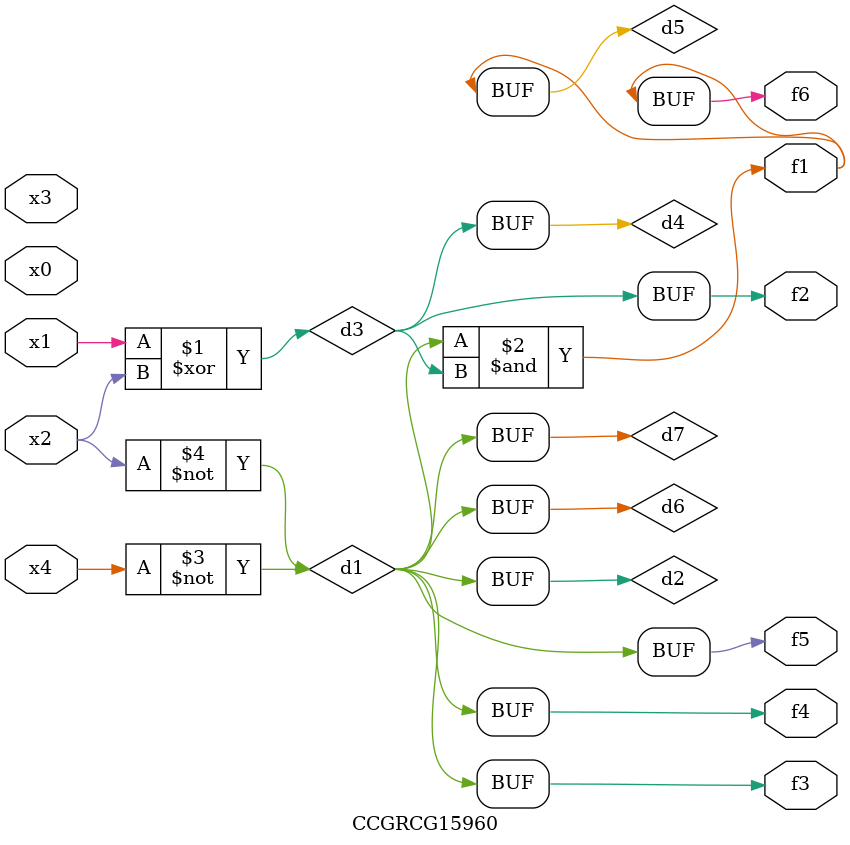
<source format=v>
module CCGRCG15960(
	input x0, x1, x2, x3, x4,
	output f1, f2, f3, f4, f5, f6
);

	wire d1, d2, d3, d4, d5, d6, d7;

	not (d1, x4);
	not (d2, x2);
	xor (d3, x1, x2);
	buf (d4, d3);
	and (d5, d1, d3);
	buf (d6, d1, d2);
	buf (d7, d2);
	assign f1 = d5;
	assign f2 = d4;
	assign f3 = d7;
	assign f4 = d7;
	assign f5 = d7;
	assign f6 = d5;
endmodule

</source>
